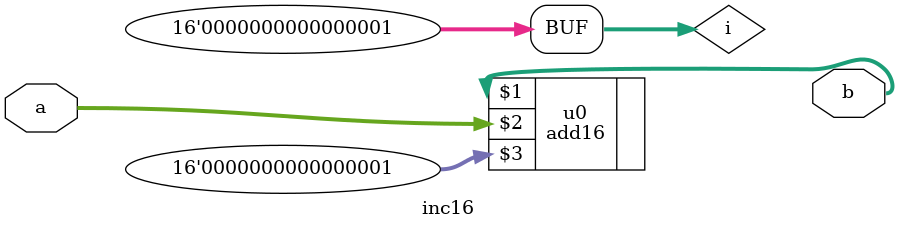
<source format=v>
module inc16(b, a);
   input [15:0] a;
   output [15:0] b;
   reg [15:0] 	 i;

   initial
       i = 16'b0000000000000001;

   add16 u0(b, a, i);
endmodule

</source>
